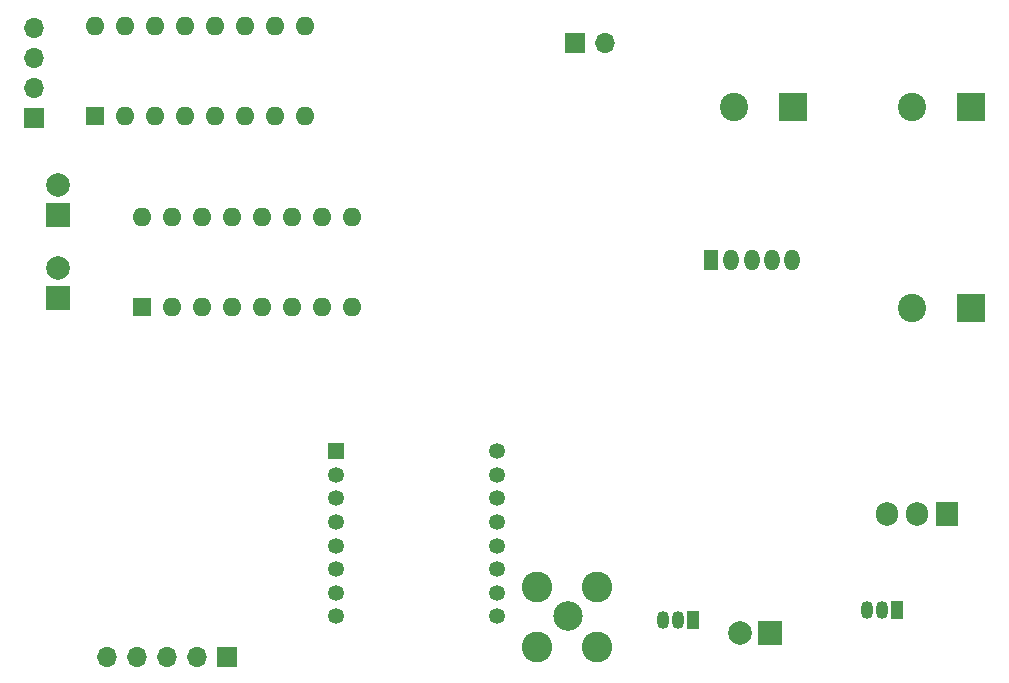
<source format=gbr>
%TF.GenerationSoftware,KiCad,Pcbnew,8.0.3*%
%TF.CreationDate,2024-07-18T08:26:54+01:00*%
%TF.ProjectId,sub,7375622e-6b69-4636-9164-5f7063625858,rev?*%
%TF.SameCoordinates,Original*%
%TF.FileFunction,Soldermask,Bot*%
%TF.FilePolarity,Negative*%
%FSLAX46Y46*%
G04 Gerber Fmt 4.6, Leading zero omitted, Abs format (unit mm)*
G04 Created by KiCad (PCBNEW 8.0.3) date 2024-07-18 08:26:54*
%MOMM*%
%LPD*%
G01*
G04 APERTURE LIST*
%ADD10R,2.400000X2.400000*%
%ADD11C,2.400000*%
%ADD12R,1.600000X1.600000*%
%ADD13O,1.600000X1.600000*%
%ADD14C,2.600000*%
%ADD15C,2.500000*%
%ADD16R,1.700000X1.700000*%
%ADD17O,1.700000X1.700000*%
%ADD18R,1.275000X1.800000*%
%ADD19O,1.275000X1.800000*%
%ADD20R,2.000000X2.000000*%
%ADD21C,2.000000*%
%ADD22R,1.350000X1.350000*%
%ADD23C,1.350000*%
%ADD24R,1.050000X1.500000*%
%ADD25O,1.050000X1.500000*%
%ADD26R,1.905000X2.000000*%
%ADD27O,1.905000X2.000000*%
G04 APERTURE END LIST*
D10*
%TO.C,C6*%
X146000000Y-70500000D03*
D11*
X141000000Y-70500000D03*
%TD*%
D10*
%TO.C,C5*%
X146000000Y-87500000D03*
D11*
X141000000Y-87500000D03*
%TD*%
D10*
%TO.C,C4*%
X131000000Y-70500000D03*
D11*
X126000000Y-70500000D03*
%TD*%
D12*
%TO.C,U1*%
X75855000Y-87390000D03*
D13*
X78395000Y-87390000D03*
X80935000Y-87390000D03*
X83475000Y-87390000D03*
X86015000Y-87390000D03*
X88555000Y-87390000D03*
X91095000Y-87390000D03*
X93635000Y-87390000D03*
X93635000Y-79770000D03*
X91095000Y-79770000D03*
X88555000Y-79770000D03*
X86015000Y-79770000D03*
X83475000Y-79770000D03*
X80935000Y-79770000D03*
X78395000Y-79770000D03*
X75855000Y-79770000D03*
%TD*%
D14*
%TO.C,J1*%
X109312500Y-111092500D03*
X109312500Y-116172500D03*
X114392500Y-111092500D03*
X114392500Y-116172500D03*
D15*
X111952500Y-113557500D03*
%TD*%
D16*
%TO.C,J3*%
X112500000Y-65000000D03*
D17*
X115040000Y-65000000D03*
%TD*%
D18*
%TO.C,U5*%
X124052271Y-83445000D03*
D19*
X125752271Y-83445000D03*
X127452271Y-83445000D03*
X129152271Y-83445000D03*
X130852271Y-83445000D03*
%TD*%
D16*
%TO.C,M3*%
X66705000Y-71410000D03*
D17*
X66705000Y-68870000D03*
X66705000Y-66330000D03*
X66705000Y-63790000D03*
%TD*%
D16*
%TO.C,J2*%
X83000000Y-117000000D03*
D17*
X80460000Y-117000000D03*
X77920000Y-117000000D03*
X75380000Y-117000000D03*
X72840000Y-117000000D03*
%TD*%
D20*
%TO.C,M2*%
X68730000Y-86630000D03*
D21*
X68730000Y-84090000D03*
%TD*%
D22*
%TO.C,U4*%
X92292500Y-99592500D03*
D23*
X92292500Y-101592500D03*
X92292500Y-103592500D03*
X92292500Y-105592500D03*
X92292500Y-107592500D03*
X92292500Y-109592500D03*
X92292500Y-111592500D03*
X92292500Y-113592500D03*
X105892500Y-113592500D03*
X105892500Y-111592500D03*
X105892500Y-109592500D03*
X105892500Y-107592500D03*
X105892500Y-105592500D03*
X105892500Y-103592500D03*
X105892500Y-101592500D03*
X105892500Y-99592500D03*
%TD*%
D24*
%TO.C,U6*%
X139770000Y-113045000D03*
D25*
X138500000Y-113045000D03*
X137230000Y-113045000D03*
%TD*%
D26*
%TO.C,U7*%
X144040000Y-104960000D03*
D27*
X141500000Y-104960000D03*
X138960000Y-104960000D03*
%TD*%
D24*
%TO.C,Q1*%
X122520000Y-113890000D03*
D25*
X121250000Y-113890000D03*
X119980000Y-113890000D03*
%TD*%
D12*
%TO.C,U3*%
X71830000Y-71210000D03*
D13*
X74370000Y-71210000D03*
X76910000Y-71210000D03*
X79450000Y-71210000D03*
X81990000Y-71210000D03*
X84530000Y-71210000D03*
X87070000Y-71210000D03*
X89610000Y-71210000D03*
X89610000Y-63590000D03*
X87070000Y-63590000D03*
X84530000Y-63590000D03*
X81990000Y-63590000D03*
X79450000Y-63590000D03*
X76910000Y-63590000D03*
X74370000Y-63590000D03*
X71830000Y-63590000D03*
%TD*%
D20*
%TO.C,L1*%
X129000000Y-115000000D03*
D21*
X126460000Y-115000000D03*
%TD*%
D20*
%TO.C,M1*%
X68730000Y-79630000D03*
D21*
X68730000Y-77090000D03*
%TD*%
M02*

</source>
